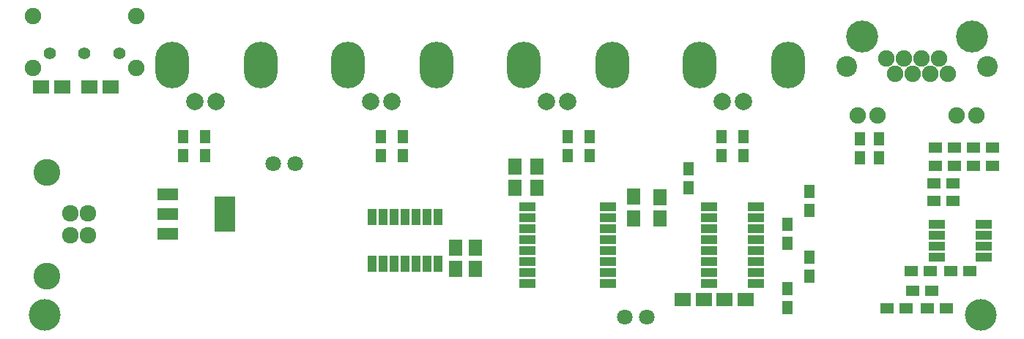
<source format=gts>
G04 #@! TF.FileFunction,Soldermask,Top*
%FSLAX46Y46*%
G04 Gerber Fmt 4.6, Leading zero omitted, Abs format (unit mm)*
G04 Created by KiCad (PCBNEW 4.0.4+e1-6308~48~ubuntu14.04.1-stable) date Mon Jan  9 14:38:12 2017*
%MOMM*%
%LPD*%
G01*
G04 APERTURE LIST*
%ADD10C,0.100000*%
%ADD11R,2.432000X4.057600*%
%ADD12R,2.432000X1.416000*%
%ADD13O,3.900120X5.401260*%
%ADD14C,2.000200*%
%ADD15R,1.900000X1.000000*%
%ADD16R,1.900000X1.650000*%
%ADD17R,1.650000X1.900000*%
%ADD18R,1.300000X1.600000*%
%ADD19R,1.000000X1.900000*%
%ADD20C,1.797000*%
%ADD21R,1.600000X1.300000*%
%ADD22R,1.950000X1.000000*%
%ADD23C,2.400000*%
%ADD24C,1.901140*%
%ADD25C,3.700000*%
%ADD26C,1.900000*%
%ADD27C,1.400000*%
%ADD28C,1.924000*%
%ADD29C,3.100020*%
%ADD30C,3.670000*%
G04 APERTURE END LIST*
D10*
D11*
X108966000Y-80264000D03*
D12*
X102362000Y-80264000D03*
X102362000Y-82550000D03*
X102362000Y-77978000D03*
D13*
X143492220Y-62966600D03*
X153690320Y-62966600D03*
D14*
X148590000Y-67231260D03*
X146090640Y-67231260D03*
D15*
X143940000Y-79375000D03*
X143940000Y-80645000D03*
X143940000Y-81915000D03*
X143940000Y-83185000D03*
X143940000Y-84455000D03*
X143940000Y-85725000D03*
X143940000Y-86995000D03*
X143940000Y-88265000D03*
X153240000Y-88265000D03*
X153240000Y-86995000D03*
X153240000Y-85725000D03*
X153240000Y-84455000D03*
X153240000Y-83185000D03*
X153240000Y-81915000D03*
X153240000Y-80645000D03*
X153240000Y-79375000D03*
D16*
X93238000Y-65532000D03*
X95738000Y-65532000D03*
X90150000Y-65532000D03*
X87650000Y-65532000D03*
D17*
X135636000Y-86594000D03*
X135636000Y-84094000D03*
X137922000Y-86594000D03*
X137922000Y-84094000D03*
X142494000Y-77196000D03*
X142494000Y-74696000D03*
X145034000Y-77196000D03*
X145034000Y-74696000D03*
D16*
X164338000Y-90170000D03*
X161838000Y-90170000D03*
X166664000Y-90170000D03*
X169164000Y-90170000D03*
D17*
X156210000Y-78232000D03*
X156210000Y-80732000D03*
X159258000Y-78272000D03*
X159258000Y-80772000D03*
D13*
X163812220Y-62966600D03*
X174010320Y-62966600D03*
D14*
X168910000Y-67231260D03*
X166410640Y-67231260D03*
D13*
X123172220Y-62966600D03*
X133370320Y-62966600D03*
D14*
X128270000Y-67231260D03*
X125770640Y-67231260D03*
D13*
X102852220Y-62966600D03*
X113050320Y-62966600D03*
D14*
X107950000Y-67231260D03*
X105450640Y-67231260D03*
D18*
X168910000Y-71290000D03*
X168910000Y-73490000D03*
X166370000Y-71290000D03*
X166370000Y-73490000D03*
X151130000Y-71290000D03*
X151130000Y-73490000D03*
X148590000Y-71290000D03*
X148590000Y-73490000D03*
X129540000Y-71290000D03*
X129540000Y-73490000D03*
X127000000Y-71290000D03*
X127000000Y-73490000D03*
X106680000Y-71290000D03*
X106680000Y-73490000D03*
X104140000Y-71290000D03*
X104140000Y-73490000D03*
X173990000Y-91100000D03*
X173990000Y-88900000D03*
X176530000Y-87460000D03*
X176530000Y-85260000D03*
X173990000Y-83650000D03*
X173990000Y-81450000D03*
X176530000Y-79840000D03*
X176530000Y-77640000D03*
D19*
X133604000Y-80612000D03*
X132334000Y-80612000D03*
X131064000Y-80612000D03*
X129794000Y-80612000D03*
X128524000Y-80612000D03*
X127254000Y-80612000D03*
X125984000Y-80612000D03*
X125984000Y-86012000D03*
X127254000Y-86012000D03*
X128524000Y-86012000D03*
X129794000Y-86012000D03*
X131064000Y-86012000D03*
X132334000Y-86012000D03*
X133604000Y-86012000D03*
D15*
X170340000Y-88265000D03*
X170340000Y-86995000D03*
X170340000Y-85725000D03*
X170340000Y-84455000D03*
X170340000Y-83185000D03*
X170340000Y-81915000D03*
X170340000Y-80645000D03*
X170340000Y-79375000D03*
X164940000Y-79375000D03*
X164940000Y-80645000D03*
X164940000Y-81915000D03*
X164940000Y-83185000D03*
X164940000Y-84455000D03*
X164940000Y-85725000D03*
X164940000Y-86995000D03*
X164940000Y-88265000D03*
D20*
X114554000Y-74422000D03*
X117094000Y-74422000D03*
X155194000Y-92202000D03*
X157734000Y-92202000D03*
D21*
X195496000Y-74676000D03*
X197696000Y-74676000D03*
X195496000Y-72517000D03*
X197696000Y-72517000D03*
X188257000Y-86868000D03*
X190457000Y-86868000D03*
D18*
X182372000Y-71544000D03*
X182372000Y-73744000D03*
X184531000Y-71544000D03*
X184531000Y-73744000D03*
D21*
X195029000Y-86868000D03*
X192829000Y-86868000D03*
X193124000Y-76708000D03*
X190924000Y-76708000D03*
X190924000Y-78740000D03*
X193124000Y-78740000D03*
X193251000Y-72517000D03*
X191051000Y-72517000D03*
X191051000Y-74676000D03*
X193251000Y-74676000D03*
D22*
X191229000Y-81407000D03*
X191229000Y-82677000D03*
X191229000Y-83947000D03*
X191229000Y-85217000D03*
X196629000Y-85217000D03*
X196629000Y-83947000D03*
X196629000Y-82677000D03*
X196629000Y-81407000D03*
D23*
X197104000Y-63119000D03*
D24*
X182118000Y-68834000D03*
X184404000Y-68834000D03*
X193548000Y-68834000D03*
X195834000Y-68834000D03*
X192532000Y-64008000D03*
X190500000Y-64008000D03*
X188468000Y-64008000D03*
X186436000Y-64008000D03*
X189484000Y-62230000D03*
X187452000Y-62230000D03*
X191516000Y-62230000D03*
X185420000Y-62230000D03*
D25*
X182626000Y-59690000D03*
X195326000Y-59690000D03*
D23*
X180848000Y-63119000D03*
D26*
X98710000Y-57325000D03*
X86710000Y-63325000D03*
X98710000Y-63325000D03*
X86710000Y-57325000D03*
D27*
X88710000Y-61575000D03*
X92710000Y-61575000D03*
X96710000Y-61575000D03*
D21*
X188468000Y-89154000D03*
X190668000Y-89154000D03*
X192362000Y-91186000D03*
X190162000Y-91186000D03*
X187706000Y-91186000D03*
X185506000Y-91186000D03*
D18*
X162560000Y-77216000D03*
X162560000Y-75016000D03*
D28*
X93091000Y-80167480D03*
X93091000Y-82707480D03*
X91092020Y-82707480D03*
X91092020Y-80167480D03*
D29*
X88392000Y-75438000D03*
X88392000Y-87436960D03*
D30*
X196342000Y-91948000D03*
X88138000Y-91948000D03*
M02*

</source>
